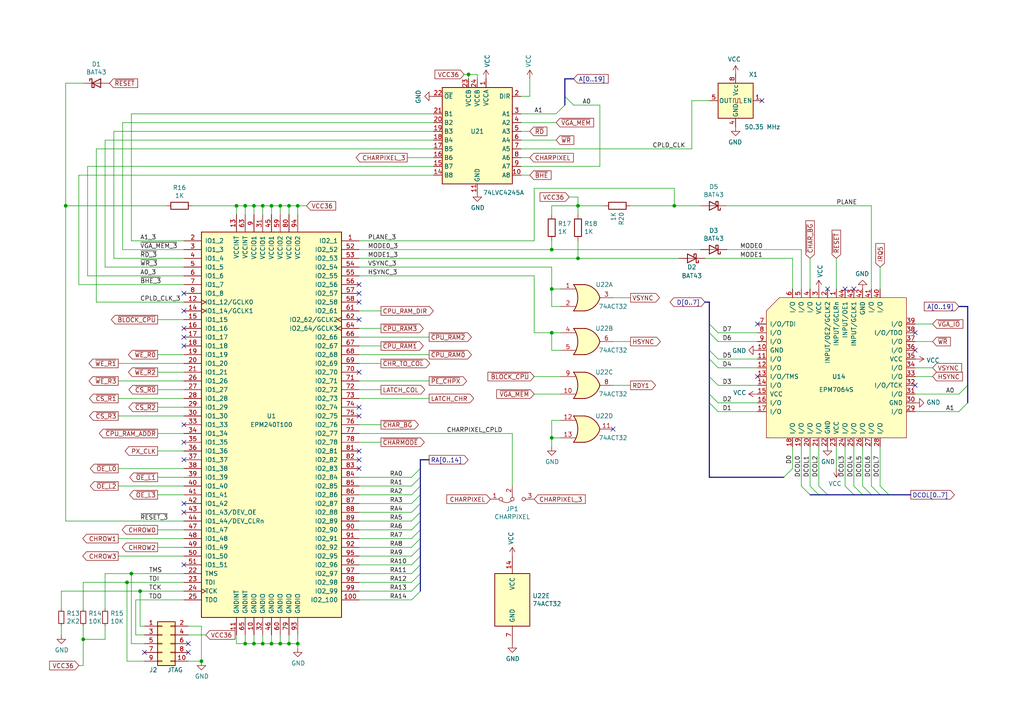
<source format=kicad_sch>
(kicad_sch (version 20230121) (generator eeschema)
  (paper "A4")
  (title_block (title "Mini8086 VGA board") (rev "1.1"))
  (junction (at 160.02 83.82))
  (junction (at 78.74 59.69))
  (junction (at 160.02 96.52))
  (junction (at 167.64 74.93))
  (junction (at 40.64 171.45))
  (junction (at 19.05 59.69))
  (junction (at 81.28 59.69))
  (junction (at 36.83 168.91))
  (junction (at 73.66 186.69))
  (junction (at 195.58 59.69))
  (junction (at 71.12 186.69))
  (junction (at 160.02 72.39))
  (junction (at 68.58 59.69))
  (junction (at 160.02 127))
  (junction (at 78.74 186.69))
  (junction (at 167.64 59.69))
  (junction (at 83.82 59.69))
  (junction (at 71.12 59.69))
  (junction (at 86.36 186.69))
  (junction (at 81.28 186.69))
  (junction (at 58.42 191.77))
  (junction (at 76.2 186.69))
  (junction (at 38.1 166.37))
  (junction (at 24.13 185.42))
  (junction (at 73.66 59.69))
  (junction (at 86.36 59.69))
  (junction (at 83.82 186.69))
  (junction (at 76.2 59.69))
  (junction (at 135.89 21.59))
  (no_connect (at 53.34 128.27))
  (no_connect (at 265.43 111.76))
  (no_connect (at 53.34 95.25))
  (no_connect (at 240.03 83.82))
  (no_connect (at 53.34 123.19))
  (no_connect (at 53.34 97.79))
  (no_connect (at 104.14 135.89))
  (no_connect (at 53.34 146.05))
  (no_connect (at 53.34 100.33))
  (no_connect (at 247.65 83.82))
  (no_connect (at 104.14 85.09))
  (no_connect (at 53.34 90.17))
  (no_connect (at 53.34 163.83))
  (no_connect (at 245.11 83.82))
  (no_connect (at 54.61 186.69))
  (no_connect (at 177.8 124.46))
  (no_connect (at 53.34 133.35))
  (no_connect (at 53.34 148.59))
  (no_connect (at 104.14 82.55))
  (no_connect (at 104.14 107.95))
  (no_connect (at 219.71 109.22))
  (no_connect (at 104.14 87.63))
  (no_connect (at 104.14 120.65))
  (no_connect (at 265.43 96.52))
  (no_connect (at 104.14 130.81))
  (no_connect (at 54.61 189.23))
  (no_connect (at 104.14 92.71))
  (no_connect (at 265.43 101.6))
  (no_connect (at 41.91 189.23))
  (no_connect (at 220.98 29.21))
  (no_connect (at 219.71 93.98))
  (no_connect (at 104.14 118.11))
  (no_connect (at 104.14 133.35))
  (no_connect (at 53.34 85.09))
  (bus_entry (at 237.49 140.97) (size 2.54 2.54))
  (bus_entry (at 252.73 140.97) (size 2.54 2.54))
  (bus_entry (at 234.95 140.97) (size 2.54 2.54))
  (bus_entry (at 121.92 153.67) (size -2.54 2.54))
  (bus_entry (at 121.92 151.13) (size -2.54 2.54))
  (bus_entry (at 278.13 119.38) (size 2.54 -2.54))
  (bus_entry (at 208.28 116.84) (size -2.54 -2.54))
  (bus_entry (at 208.28 104.14) (size -2.54 -2.54))
  (bus_entry (at 121.92 146.05) (size -2.54 2.54))
  (bus_entry (at 255.27 140.97) (size 2.54 2.54))
  (bus_entry (at 278.13 114.3) (size 2.54 -2.54))
  (bus_entry (at 245.11 140.97) (size 2.54 2.54))
  (bus_entry (at 166.37 30.48) (size -2.54 -2.54))
  (bus_entry (at 208.28 111.76) (size -2.54 -2.54))
  (bus_entry (at 229.87 135.89) (size -2.54 2.54))
  (bus_entry (at 208.28 99.06) (size -2.54 -2.54))
  (bus_entry (at 121.92 166.37) (size -2.54 2.54))
  (bus_entry (at 121.92 163.83) (size -2.54 2.54))
  (bus_entry (at 121.92 171.45) (size -2.54 2.54))
  (bus_entry (at 121.92 143.51) (size -2.54 2.54))
  (bus_entry (at 247.65 140.97) (size 2.54 2.54))
  (bus_entry (at 121.92 138.43) (size -2.54 2.54))
  (bus_entry (at 208.28 96.52) (size -2.54 -2.54))
  (bus_entry (at 208.28 119.38) (size -2.54 -2.54))
  (bus_entry (at 208.28 106.68) (size -2.54 -2.54))
  (bus_entry (at 121.92 148.59) (size -2.54 2.54))
  (bus_entry (at 121.92 156.21) (size -2.54 2.54))
  (bus_entry (at 121.92 161.29) (size -2.54 2.54))
  (bus_entry (at 250.19 140.97) (size 2.54 2.54))
  (bus_entry (at 121.92 140.97) (size -2.54 2.54))
  (bus_entry (at 121.92 158.75) (size -2.54 2.54))
  (bus_entry (at 232.41 140.97) (size 2.54 2.54))
  (bus_entry (at 121.92 135.89) (size -2.54 2.54))
  (bus_entry (at 121.92 168.91) (size -2.54 2.54))
  (bus_entry (at 161.29 33.02) (size 2.54 -2.54))
  (bus (pts (xy 205.74 87.63) (xy 205.74 93.98)))
  (wire (pts (xy 19.05 59.69) (xy 48.26 59.69)))
  (wire (pts (xy 54.61 184.15) (xy 59.69 184.15)))
  (wire (pts (xy 71.12 184.15) (xy 71.12 186.69)))
  (wire (pts (xy 76.2 62.23) (xy 76.2 59.69)))
  (bus (pts (xy 280.67 88.9) (xy 280.67 111.76)))
  (bus (pts (xy 205.74 87.63) (xy 204.47 87.63)))
  (wire (pts (xy 53.34 171.45) (xy 40.64 171.45)))
  (wire (pts (xy 104.14 100.33) (xy 110.49 100.33)))
  (bus (pts (xy 227.33 138.43) (xy 205.74 138.43)))
  (wire (pts (xy 104.14 156.21) (xy 119.38 156.21)))
  (wire (pts (xy 55.88 59.69) (xy 68.58 59.69)))
  (wire (pts (xy 167.64 59.69) (xy 167.64 62.23)))
  (bus (pts (xy 247.65 143.51) (xy 250.19 143.51)))
  (wire (pts (xy 232.41 72.39) (xy 232.41 83.82)))
  (wire (pts (xy 24.13 193.04) (xy 24.13 185.42)))
  (wire (pts (xy 104.14 80.01) (xy 154.94 80.01)))
  (wire (pts (xy 76.2 186.69) (xy 78.74 186.69)))
  (wire (pts (xy 160.02 72.39) (xy 203.2 72.39)))
  (wire (pts (xy 34.29 115.57) (xy 53.34 115.57)))
  (wire (pts (xy 265.43 106.68) (xy 270.51 106.68)))
  (wire (pts (xy 125.73 48.26) (xy 25.4 48.26)))
  (wire (pts (xy 22.86 50.8) (xy 22.86 82.55)))
  (wire (pts (xy 54.61 181.61) (xy 58.42 181.61)))
  (wire (pts (xy 40.64 171.45) (xy 17.78 171.45)))
  (wire (pts (xy 34.29 110.49) (xy 53.34 110.49)))
  (wire (pts (xy 104.14 105.41) (xy 110.49 105.41)))
  (wire (pts (xy 45.72 143.51) (xy 53.34 143.51)))
  (wire (pts (xy 175.26 59.69) (xy 167.64 59.69)))
  (wire (pts (xy 195.58 59.69) (xy 195.58 54.61)))
  (wire (pts (xy 104.14 115.57) (xy 124.46 115.57)))
  (wire (pts (xy 86.36 186.69) (xy 86.36 187.96)))
  (wire (pts (xy 53.34 173.99) (xy 39.37 173.99)))
  (wire (pts (xy 250.19 129.54) (xy 250.19 140.97)))
  (wire (pts (xy 160.02 96.52) (xy 154.94 96.52)))
  (bus (pts (xy 121.92 158.75) (xy 121.92 161.29)))
  (wire (pts (xy 124.46 110.49) (xy 104.14 110.49)))
  (bus (pts (xy 121.92 138.43) (xy 121.92 140.97)))
  (wire (pts (xy 83.82 59.69) (xy 86.36 59.69)))
  (wire (pts (xy 200.66 29.21) (xy 205.74 29.21)))
  (wire (pts (xy 247.65 129.54) (xy 247.65 140.97)))
  (wire (pts (xy 153.67 45.72) (xy 151.13 45.72)))
  (bus (pts (xy 121.92 140.97) (xy 121.92 143.51)))
  (wire (pts (xy 162.56 101.6) (xy 160.02 101.6)))
  (wire (pts (xy 232.41 129.54) (xy 232.41 140.97)))
  (bus (pts (xy 250.19 143.51) (xy 252.73 143.51)))
  (wire (pts (xy 151.13 40.64) (xy 161.29 40.64)))
  (wire (pts (xy 125.73 40.64) (xy 30.48 40.64)))
  (wire (pts (xy 24.13 181.61) (xy 24.13 185.42)))
  (wire (pts (xy 208.28 99.06) (xy 219.71 99.06)))
  (wire (pts (xy 208.28 96.52) (xy 219.71 96.52)))
  (wire (pts (xy 88.9 59.69) (xy 86.36 59.69)))
  (wire (pts (xy 104.14 90.17) (xy 110.49 90.17)))
  (wire (pts (xy 35.56 35.56) (xy 35.56 72.39)))
  (wire (pts (xy 167.64 57.15) (xy 165.1 57.15)))
  (wire (pts (xy 76.2 184.15) (xy 76.2 186.69)))
  (wire (pts (xy 73.66 186.69) (xy 76.2 186.69)))
  (wire (pts (xy 30.48 185.42) (xy 24.13 185.42)))
  (wire (pts (xy 58.42 191.77) (xy 54.61 191.77)))
  (wire (pts (xy 151.13 43.18) (xy 200.66 43.18)))
  (wire (pts (xy 110.49 128.27) (xy 104.14 128.27)))
  (wire (pts (xy 104.14 151.13) (xy 119.38 151.13)))
  (wire (pts (xy 162.56 88.9) (xy 160.02 88.9)))
  (wire (pts (xy 78.74 59.69) (xy 81.28 59.69)))
  (wire (pts (xy 30.48 176.53) (xy 30.48 166.37)))
  (wire (pts (xy 53.34 125.73) (xy 45.72 125.73)))
  (wire (pts (xy 76.2 59.69) (xy 78.74 59.69)))
  (wire (pts (xy 68.58 184.15) (xy 68.58 186.69)))
  (wire (pts (xy 104.14 69.85) (xy 154.94 69.85)))
  (wire (pts (xy 173.99 48.26) (xy 173.99 30.48)))
  (wire (pts (xy 151.13 50.8) (xy 153.67 50.8)))
  (wire (pts (xy 182.88 86.36) (xy 177.8 86.36)))
  (wire (pts (xy 35.56 72.39) (xy 53.34 72.39)))
  (bus (pts (xy 205.74 116.84) (xy 205.74 138.43)))
  (wire (pts (xy 104.14 163.83) (xy 119.38 163.83)))
  (wire (pts (xy 104.14 140.97) (xy 119.38 140.97)))
  (wire (pts (xy 154.94 109.22) (xy 162.56 109.22)))
  (wire (pts (xy 53.34 107.95) (xy 45.72 107.95)))
  (bus (pts (xy 205.74 109.22) (xy 205.74 114.3)))
  (wire (pts (xy 135.89 21.59) (xy 134.62 21.59)))
  (wire (pts (xy 73.66 59.69) (xy 76.2 59.69)))
  (wire (pts (xy 104.14 72.39) (xy 160.02 72.39)))
  (wire (pts (xy 83.82 62.23) (xy 83.82 59.69)))
  (wire (pts (xy 68.58 186.69) (xy 71.12 186.69)))
  (wire (pts (xy 210.82 72.39) (xy 232.41 72.39)))
  (bus (pts (xy 240.03 143.51) (xy 247.65 143.51)))
  (wire (pts (xy 53.34 102.87) (xy 45.72 102.87)))
  (wire (pts (xy 242.57 135.89) (xy 242.57 129.54)))
  (bus (pts (xy 205.74 114.3) (xy 205.74 116.84)))
  (wire (pts (xy 160.02 83.82) (xy 160.02 77.47)))
  (wire (pts (xy 160.02 121.92) (xy 162.56 121.92)))
  (bus (pts (xy 255.27 143.51) (xy 257.81 143.51)))
  (wire (pts (xy 104.14 166.37) (xy 119.38 166.37)))
  (bus (pts (xy 121.92 146.05) (xy 121.92 148.59)))
  (wire (pts (xy 200.66 43.18) (xy 200.66 29.21)))
  (wire (pts (xy 160.02 127) (xy 160.02 121.92)))
  (wire (pts (xy 104.14 173.99) (xy 119.38 173.99)))
  (bus (pts (xy 205.74 104.14) (xy 205.74 109.22)))
  (wire (pts (xy 38.1 166.37) (xy 30.48 166.37)))
  (wire (pts (xy 104.14 77.47) (xy 160.02 77.47)))
  (bus (pts (xy 121.92 153.67) (xy 121.92 156.21)))
  (bus (pts (xy 121.92 133.35) (xy 124.46 133.35)))
  (wire (pts (xy 208.28 111.76) (xy 219.71 111.76)))
  (wire (pts (xy 160.02 72.39) (xy 160.02 69.85)))
  (wire (pts (xy 110.49 113.03) (xy 104.14 113.03)))
  (wire (pts (xy 208.28 116.84) (xy 219.71 116.84)))
  (wire (pts (xy 151.13 35.56) (xy 161.29 35.56)))
  (wire (pts (xy 53.34 151.13) (xy 19.05 151.13)))
  (wire (pts (xy 53.34 113.03) (xy 45.72 113.03)))
  (wire (pts (xy 104.14 171.45) (xy 119.38 171.45)))
  (wire (pts (xy 208.28 106.68) (xy 219.71 106.68)))
  (wire (pts (xy 104.14 74.93) (xy 167.64 74.93)))
  (wire (pts (xy 160.02 88.9) (xy 160.02 83.82)))
  (wire (pts (xy 19.05 24.13) (xy 19.05 59.69)))
  (wire (pts (xy 78.74 186.69) (xy 81.28 186.69)))
  (wire (pts (xy 36.83 168.91) (xy 36.83 191.77)))
  (wire (pts (xy 177.8 99.06) (xy 182.88 99.06)))
  (wire (pts (xy 19.05 59.69) (xy 19.05 151.13)))
  (bus (pts (xy 121.92 161.29) (xy 121.92 163.83)))
  (wire (pts (xy 162.56 127) (xy 160.02 127)))
  (wire (pts (xy 53.34 140.97) (xy 34.29 140.97)))
  (wire (pts (xy 210.82 59.69) (xy 252.73 59.69)))
  (wire (pts (xy 104.14 143.51) (xy 119.38 143.51)))
  (wire (pts (xy 138.43 22.86) (xy 138.43 21.59)))
  (wire (pts (xy 30.48 40.64) (xy 30.48 77.47)))
  (wire (pts (xy 255.27 83.82) (xy 255.27 77.47)))
  (wire (pts (xy 53.34 118.11) (xy 45.72 118.11)))
  (wire (pts (xy 153.67 27.94) (xy 153.67 22.86)))
  (wire (pts (xy 104.14 123.19) (xy 110.49 123.19)))
  (wire (pts (xy 83.82 186.69) (xy 86.36 186.69)))
  (wire (pts (xy 125.73 43.18) (xy 27.94 43.18)))
  (wire (pts (xy 53.34 92.71) (xy 45.72 92.71)))
  (wire (pts (xy 53.34 138.43) (xy 45.72 138.43)))
  (wire (pts (xy 39.37 184.15) (xy 41.91 184.15)))
  (wire (pts (xy 73.66 62.23) (xy 73.66 59.69)))
  (wire (pts (xy 45.72 158.75) (xy 53.34 158.75)))
  (bus (pts (xy 163.83 22.86) (xy 163.83 27.94)))
  (wire (pts (xy 36.83 191.77) (xy 41.91 191.77)))
  (wire (pts (xy 182.88 59.69) (xy 195.58 59.69)))
  (wire (pts (xy 208.28 104.14) (xy 219.71 104.14)))
  (wire (pts (xy 125.73 38.1) (xy 33.02 38.1)))
  (wire (pts (xy 245.11 129.54) (xy 245.11 140.97)))
  (wire (pts (xy 160.02 127) (xy 160.02 129.54)))
  (bus (pts (xy 205.74 93.98) (xy 205.74 96.52)))
  (bus (pts (xy 121.92 148.59) (xy 121.92 151.13)))
  (wire (pts (xy 154.94 96.52) (xy 154.94 80.01)))
  (wire (pts (xy 34.29 135.89) (xy 53.34 135.89)))
  (wire (pts (xy 58.42 181.61) (xy 58.42 191.77)))
  (wire (pts (xy 173.99 30.48) (xy 166.37 30.48)))
  (wire (pts (xy 40.64 181.61) (xy 41.91 181.61)))
  (bus (pts (xy 257.81 143.51) (xy 264.16 143.51)))
  (wire (pts (xy 45.72 153.67) (xy 53.34 153.67)))
  (bus (pts (xy 205.74 96.52) (xy 205.74 101.6)))
  (wire (pts (xy 104.14 168.91) (xy 119.38 168.91)))
  (wire (pts (xy 229.87 74.93) (xy 229.87 83.82)))
  (bus (pts (xy 205.74 101.6) (xy 205.74 104.14)))
  (bus (pts (xy 121.92 151.13) (xy 121.92 153.67)))
  (bus (pts (xy 121.92 143.51) (xy 121.92 146.05)))
  (wire (pts (xy 25.4 80.01) (xy 53.34 80.01)))
  (wire (pts (xy 278.13 119.38) (xy 265.43 119.38)))
  (wire (pts (xy 30.48 77.47) (xy 53.34 77.47)))
  (wire (pts (xy 86.36 184.15) (xy 86.36 186.69)))
  (wire (pts (xy 148.59 140.97) (xy 148.59 125.73)))
  (bus (pts (xy 121.92 166.37) (xy 121.92 168.91)))
  (wire (pts (xy 255.27 129.54) (xy 255.27 140.97)))
  (wire (pts (xy 53.34 166.37) (xy 38.1 166.37)))
  (wire (pts (xy 38.1 166.37) (xy 38.1 186.69)))
  (wire (pts (xy 33.02 74.93) (xy 53.34 74.93)))
  (wire (pts (xy 167.64 74.93) (xy 167.64 69.85)))
  (wire (pts (xy 86.36 62.23) (xy 86.36 59.69)))
  (wire (pts (xy 177.8 111.76) (xy 182.88 111.76)))
  (wire (pts (xy 22.86 82.55) (xy 53.34 82.55)))
  (wire (pts (xy 203.2 59.69) (xy 195.58 59.69)))
  (wire (pts (xy 22.86 193.04) (xy 24.13 193.04)))
  (wire (pts (xy 83.82 184.15) (xy 83.82 186.69)))
  (wire (pts (xy 125.73 45.72) (xy 118.11 45.72)))
  (wire (pts (xy 81.28 59.69) (xy 83.82 59.69)))
  (wire (pts (xy 110.49 95.25) (xy 104.14 95.25)))
  (wire (pts (xy 71.12 59.69) (xy 73.66 59.69)))
  (bus (pts (xy 280.67 111.76) (xy 280.67 116.84)))
  (wire (pts (xy 39.37 173.99) (xy 39.37 184.15)))
  (wire (pts (xy 160.02 62.23) (xy 160.02 59.69)))
  (wire (pts (xy 167.64 74.93) (xy 196.85 74.93)))
  (wire (pts (xy 40.64 171.45) (xy 40.64 181.61)))
  (wire (pts (xy 278.13 114.3) (xy 265.43 114.3)))
  (wire (pts (xy 17.78 181.61) (xy 17.78 184.15)))
  (wire (pts (xy 30.48 181.61) (xy 30.48 185.42)))
  (bus (pts (xy 234.95 143.51) (xy 237.49 143.51)))
  (wire (pts (xy 151.13 27.94) (xy 153.67 27.94)))
  (wire (pts (xy 237.49 129.54) (xy 237.49 140.97)))
  (wire (pts (xy 154.94 54.61) (xy 154.94 69.85)))
  (wire (pts (xy 81.28 184.15) (xy 81.28 186.69)))
  (wire (pts (xy 234.95 74.93) (xy 234.95 83.82)))
  (wire (pts (xy 25.4 48.26) (xy 25.4 80.01)))
  (wire (pts (xy 24.13 168.91) (xy 24.13 176.53)))
  (wire (pts (xy 138.43 21.59) (xy 135.89 21.59)))
  (bus (pts (xy 280.67 88.9) (xy 278.13 88.9)))
  (wire (pts (xy 38.1 69.85) (xy 53.34 69.85)))
  (wire (pts (xy 71.12 186.69) (xy 73.66 186.69)))
  (wire (pts (xy 160.02 83.82) (xy 162.56 83.82)))
  (wire (pts (xy 125.73 35.56) (xy 35.56 35.56)))
  (wire (pts (xy 104.14 97.79) (xy 124.46 97.79)))
  (wire (pts (xy 104.14 158.75) (xy 119.38 158.75)))
  (wire (pts (xy 234.95 129.54) (xy 234.95 140.97)))
  (wire (pts (xy 195.58 54.61) (xy 154.94 54.61)))
  (wire (pts (xy 104.14 153.67) (xy 119.38 153.67)))
  (wire (pts (xy 160.02 101.6) (xy 160.02 96.52)))
  (wire (pts (xy 71.12 62.23) (xy 71.12 59.69)))
  (wire (pts (xy 167.64 59.69) (xy 167.64 57.15)))
  (wire (pts (xy 53.34 120.65) (xy 34.29 120.65)))
  (wire (pts (xy 270.51 93.98) (xy 265.43 93.98)))
  (wire (pts (xy 161.29 33.02) (xy 151.13 33.02)))
  (wire (pts (xy 104.14 102.87) (xy 124.46 102.87)))
  (wire (pts (xy 78.74 62.23) (xy 78.74 59.69)))
  (wire (pts (xy 33.02 38.1) (xy 33.02 74.93)))
  (wire (pts (xy 104.14 125.73) (xy 148.59 125.73)))
  (wire (pts (xy 242.57 83.82) (xy 242.57 74.93)))
  (wire (pts (xy 68.58 59.69) (xy 71.12 59.69)))
  (wire (pts (xy 36.83 168.91) (xy 24.13 168.91)))
  (wire (pts (xy 45.72 130.81) (xy 53.34 130.81)))
  (wire (pts (xy 162.56 96.52) (xy 160.02 96.52)))
  (wire (pts (xy 81.28 62.23) (xy 81.28 59.69)))
  (wire (pts (xy 68.58 62.23) (xy 68.58 59.69)))
  (wire (pts (xy 104.14 161.29) (xy 119.38 161.29)))
  (wire (pts (xy 78.74 184.15) (xy 78.74 186.69)))
  (bus (pts (xy 252.73 143.51) (xy 255.27 143.51)))
  (bus (pts (xy 121.92 135.89) (xy 121.92 138.43)))
  (wire (pts (xy 252.73 129.54) (xy 252.73 140.97)))
  (bus (pts (xy 121.92 156.21) (xy 121.92 158.75)))
  (bus (pts (xy 163.83 27.94) (xy 163.83 30.48)))
  (wire (pts (xy 229.87 74.93) (xy 204.47 74.93)))
  (wire (pts (xy 265.43 109.22) (xy 270.51 109.22)))
  (wire (pts (xy 73.66 184.15) (xy 73.66 186.69)))
  (bus (pts (xy 121.92 163.83) (xy 121.92 166.37)))
  (wire (pts (xy 34.29 105.41) (xy 53.34 105.41)))
  (wire (pts (xy 38.1 186.69) (xy 41.91 186.69)))
  (wire (pts (xy 81.28 186.69) (xy 83.82 186.69)))
  (wire (pts (xy 27.94 43.18) (xy 27.94 87.63)))
  (wire (pts (xy 135.89 21.59) (xy 135.89 22.86)))
  (bus (pts (xy 163.83 22.86) (xy 166.37 22.86)))
  (wire (pts (xy 270.51 99.06) (xy 265.43 99.06)))
  (wire (pts (xy 151.13 48.26) (xy 173.99 48.26)))
  (wire (pts (xy 24.13 24.13) (xy 19.05 24.13)))
  (wire (pts (xy 252.73 59.69) (xy 252.73 83.82)))
  (wire (pts (xy 154.94 114.3) (xy 162.56 114.3)))
  (wire (pts (xy 17.78 171.45) (xy 17.78 176.53)))
  (wire (pts (xy 34.29 161.29) (xy 53.34 161.29)))
  (wire (pts (xy 38.1 69.85) (xy 38.1 33.02)))
  (wire (pts (xy 38.1 33.02) (xy 125.73 33.02)))
  (wire (pts (xy 208.28 119.38) (xy 219.71 119.38)))
  (wire (pts (xy 53.34 168.91) (xy 36.83 168.91)))
  (wire (pts (xy 34.29 156.21) (xy 53.34 156.21)))
  (wire (pts (xy 104.14 148.59) (xy 119.38 148.59)))
  (wire (pts (xy 160.02 59.69) (xy 167.64 59.69)))
  (wire (pts (xy 104.14 146.05) (xy 119.38 146.05)))
  (bus (pts (xy 237.49 143.51) (xy 240.03 143.51)))
  (wire (pts (xy 104.14 138.43) (xy 119.38 138.43)))
  (wire (pts (xy 53.34 87.63) (xy 27.94 87.63)))
  (bus (pts (xy 121.92 133.35) (xy 121.92 135.89)))
  (wire (pts (xy 229.87 129.54) (xy 229.87 135.89)))
  (wire (pts (xy 153.67 38.1) (xy 151.13 38.1)))
  (bus (pts (xy 121.92 168.91) (xy 121.92 171.45)))
  (wire (pts (xy 125.73 50.8) (xy 22.86 50.8)))
  (label "MODE1_3" (at 106.68 74.93 0))
  (label "DCOL3" (at 245.11 138.43 90))
  (label "A0" (at 168.91 30.48 0))
  (label "D0" (at 229.87 134.62 90))
  (label "D3" (at 209.55 111.76 0))
  (label "VSYNC_3" (at 106.68 77.47 0))
  (label "MODE0_3" (at 106.68 72.39 0))
  (label "RA1" (at 113.03 140.97 0))
  (label "DCOL6" (at 252.73 138.43 90))
  (label "RA13" (at 113.03 171.45 0))
  (label "A1" (at 154.94 33.02 0))
  (label "RA14" (at 113.03 173.99 0))
  (label "D7" (at 209.55 96.52 0))
  (label "~{RD_3}" (at 40.64 74.93 0))
  (label "TCK" (at 43.18 171.45 0))
  (label "DCOL2" (at 237.49 138.43 90))
  (label "DCOL7" (at 255.27 138.43 90))
  (label "RA7" (at 113.03 156.21 0))
  (label "HSYNC_3" (at 106.68 80.01 0))
  (label "TDI" (at 43.18 168.91 0))
  (label "CHARPIXEL_CPLD" (at 129.54 125.73 0))
  (label "RA11" (at 113.03 166.37 0))
  (label "RA3" (at 113.03 146.05 0))
  (label "A0" (at 274.32 114.3 0))
  (label "A1" (at 274.32 119.38 0))
  (label "DCOL5" (at 250.19 138.43 90))
  (label "CPLD_CLK" (at 189.23 43.18 0))
  (label "CPLD_CLK_3" (at 40.64 87.63 0))
  (label "RA0" (at 113.03 138.43 0))
  (label "DCOL1" (at 234.95 138.43 90))
  (label "RA8" (at 113.03 158.75 0))
  (label "RA4" (at 113.03 148.59 0))
  (label "RA10" (at 113.03 163.83 0))
  (label "PLANE" (at 242.57 59.69 0))
  (label "RA2" (at 113.03 143.51 0))
  (label "TMS" (at 43.18 166.37 0))
  (label "D5" (at 209.55 104.14 0))
  (label "D4" (at 209.55 106.68 0))
  (label "~{BHE_3}" (at 40.64 82.55 0))
  (label "RA9" (at 113.03 161.29 0))
  (label "D1" (at 209.55 119.38 0))
  (label "PLANE_3" (at 106.68 69.85 0))
  (label "A1_3" (at 40.64 69.85 0))
  (label "TDO" (at 43.18 173.99 0))
  (label "~{WR_3}" (at 40.64 77.47 0))
  (label "RA6" (at 113.03 153.67 0))
  (label "~{RESET_3}" (at 40.64 151.13 0))
  (label "DCOL4" (at 247.65 138.43 90))
  (label "RA5" (at 113.03 151.13 0))
  (label "DCOL0" (at 232.41 138.43 90))
  (label "D6" (at 209.55 99.06 0))
  (label "D2" (at 209.55 116.84 0))
  (label "~{VGA_MEM_3}" (at 40.64 72.39 0))
  (label "MODE0" (at 214.63 72.39 0))
  (label "MODE1" (at 214.63 74.93 0))
  (label "RA12" (at 113.03 168.91 0))
  (label "A0_3" (at 40.64 80.01 0))
  (global_label "CHARPIXEL_3" (shape output) (at 118.11 45.72 180) (property "Intersheetrefs" "${INTERSHEET_REFS}" (effects hide)))
  (global_label "~{BLOCK_CPU}" (shape input) (at 154.94 109.22 180) (property "Intersheetrefs" "${INTERSHEET_REFS}" (effects hide)))
  (global_label "CHARPIXEL" (shape input) (at 153.67 45.72 0) (property "Intersheetrefs" "${INTERSHEET_REFS}" (effects hide)))
  (global_label "~{WR}" (shape input) (at 270.51 99.06 0) (property "Intersheetrefs" "${INTERSHEET_REFS}" (effects hide)))
  (global_label "CHARPIXEL" (shape input) (at 142.24 144.78 180) (property "Intersheetrefs" "${INTERSHEET_REFS}" (effects hide)))
  (global_label "VSYNC" (shape input) (at 270.51 106.68 0) (property "Intersheetrefs" "${INTERSHEET_REFS}" (effects hide)))
  (global_label "VCC36" (shape input) (at 22.86 193.04 180) (property "Intersheetrefs" "${INTERSHEET_REFS}" (effects hide)))
  (global_label "~{RD}" (shape input) (at 153.67 38.1 0) (property "Intersheetrefs" "${INTERSHEET_REFS}" (effects hide)))
  (global_label "CHROW0" (shape output) (at 45.72 153.67 180) (property "Intersheetrefs" "${INTERSHEET_REFS}" (effects hide)))
  (global_label "RDY1" (shape output) (at 182.88 111.76 0) (property "Intersheetrefs" "${INTERSHEET_REFS}" (effects hide)))
  (global_label "~{CHARMODE}" (shape output) (at 110.49 128.27 0) (property "Intersheetrefs" "${INTERSHEET_REFS}" (effects hide)))
  (global_label "~{PE_CHPX}" (shape output) (at 124.46 110.49 0) (property "Intersheetrefs" "${INTERSHEET_REFS}" (effects hide)))
  (global_label "PX_CLK" (shape output) (at 45.72 130.81 180) (property "Intersheetrefs" "${INTERSHEET_REFS}" (effects hide)))
  (global_label "~{OE_L1}" (shape output) (at 45.72 138.43 180) (property "Intersheetrefs" "${INTERSHEET_REFS}" (effects hide)))
  (global_label "HSYNC" (shape output) (at 182.88 99.06 0) (property "Intersheetrefs" "${INTERSHEET_REFS}" (effects hide)))
  (global_label "CPU_RAM_DIR" (shape output) (at 110.49 90.17 0) (property "Intersheetrefs" "${INTERSHEET_REFS}" (effects hide)))
  (global_label "A[0..19]" (shape input) (at 166.37 22.86 0) (property "Intersheetrefs" "${INTERSHEET_REFS}" (effects hide)))
  (global_label "CHROW2" (shape output) (at 45.72 158.75 180) (property "Intersheetrefs" "${INTERSHEET_REFS}" (effects hide)))
  (global_label "~{CPU_RAM3}" (shape output) (at 110.49 95.25 0) (property "Intersheetrefs" "${INTERSHEET_REFS}" (effects hide)))
  (global_label "~{WR}" (shape input) (at 161.29 40.64 0) (property "Intersheetrefs" "${INTERSHEET_REFS}" (effects hide)))
  (global_label "RA[0..14]" (shape output) (at 124.46 133.35 0) (property "Intersheetrefs" "${INTERSHEET_REFS}" (effects hide)))
  (global_label "~{VGA_IO}" (shape input) (at 270.51 93.98 0) (property "Intersheetrefs" "${INTERSHEET_REFS}" (effects hide)))
  (global_label "VCC36" (shape input) (at 134.62 21.59 180) (property "Intersheetrefs" "${INTERSHEET_REFS}" (effects hide)))
  (global_label "CHARPIXEL_3" (shape input) (at 154.94 144.78 0) (property "Intersheetrefs" "${INTERSHEET_REFS}" (effects hide)))
  (global_label "~{OE_L0}" (shape output) (at 34.29 135.89 180) (property "Intersheetrefs" "${INTERSHEET_REFS}" (effects hide)))
  (global_label "~{CS_R0}" (shape output) (at 45.72 113.03 180) (property "Intersheetrefs" "${INTERSHEET_REFS}" (effects hide)))
  (global_label "~{CPU_RAM0}" (shape output) (at 124.46 102.87 0) (property "Intersheetrefs" "${INTERSHEET_REFS}" (effects hide)))
  (global_label "~{OE_L2}" (shape output) (at 34.29 140.97 180) (property "Intersheetrefs" "${INTERSHEET_REFS}" (effects hide)))
  (global_label "DCOL[0..7]" (shape output) (at 264.16 143.51 0) (property "Intersheetrefs" "${INTERSHEET_REFS}" (effects hide)))
  (global_label "~{RESET}" (shape input) (at 242.57 74.93 90) (property "Intersheetrefs" "${INTERSHEET_REFS}" (effects hide)))
  (global_label "VCC36" (shape input) (at 165.1 57.15 180) (property "Intersheetrefs" "${INTERSHEET_REFS}" (effects hide)))
  (global_label "CHROW1" (shape output) (at 34.29 156.21 180) (property "Intersheetrefs" "${INTERSHEET_REFS}" (effects hide)))
  (global_label "D[0..7]" (shape bidirectional) (at 204.47 87.63 180) (property "Intersheetrefs" "${INTERSHEET_REFS}" (effects hide)))
  (global_label "HSYNC" (shape input) (at 270.51 109.22 0) (property "Intersheetrefs" "${INTERSHEET_REFS}" (effects hide)))
  (global_label "~{BHE}" (shape input) (at 153.67 50.8 0) (property "Intersheetrefs" "${INTERSHEET_REFS}" (effects hide)))
  (global_label "VCC36" (shape input) (at 59.69 184.15 0) (property "Intersheetrefs" "${INTERSHEET_REFS}" (effects hide)))
  (global_label "~{VGA_MEM}" (shape input) (at 161.29 35.56 0) (property "Intersheetrefs" "${INTERSHEET_REFS}" (effects hide)))
  (global_label "~{CS_R1}" (shape output) (at 34.29 115.57 180) (property "Intersheetrefs" "${INTERSHEET_REFS}" (effects hide)))
  (global_label "~{CPU_RAM2}" (shape output) (at 124.46 97.79 0) (property "Intersheetrefs" "${INTERSHEET_REFS}" (effects hide)))
  (global_label "~{CS_R2}" (shape output) (at 45.72 118.11 180) (property "Intersheetrefs" "${INTERSHEET_REFS}" (effects hide)))
  (global_label "~{CHR_TO_COL}" (shape output) (at 110.49 105.41 0) (property "Intersheetrefs" "${INTERSHEET_REFS}" (effects hide)))
  (global_label "~{VGA_MEM}" (shape input) (at 154.94 114.3 180) (property "Intersheetrefs" "${INTERSHEET_REFS}" (effects hide)))
  (global_label "~{CHAR_BG}" (shape input) (at 234.95 74.93 90) (property "Intersheetrefs" "${INTERSHEET_REFS}" (effects hide)))
  (global_label "IRQ5" (shape input) (at 255.27 77.47 90) (property "Intersheetrefs" "${INTERSHEET_REFS}" (effects hide)))
  (global_label "LATCH_CHR" (shape output) (at 124.46 115.57 0) (property "Intersheetrefs" "${INTERSHEET_REFS}" (effects hide)))
  (global_label "~{CPU_RAM1}" (shape output) (at 110.49 100.33 0) (property "Intersheetrefs" "${INTERSHEET_REFS}" (effects hide)))
  (global_label "CHROW3" (shape output) (at 34.29 161.29 180) (property "Intersheetrefs" "${INTERSHEET_REFS}" (effects hide)))
  (global_label "~{WE_R2}" (shape output) (at 45.72 107.95 180) (property "Intersheetrefs" "${INTERSHEET_REFS}" (effects hide)))
  (global_label "~{RESET}" (shape input) (at 31.75 24.13 0) (property "Intersheetrefs" "${INTERSHEET_REFS}" (effects hide)))
  (global_label "~{OE_L3}" (shape output) (at 45.72 143.51 180) (property "Intersheetrefs" "${INTERSHEET_REFS}" (effects hide)))
  (global_label "~{CHAR_BG}" (shape output) (at 110.49 123.19 0) (property "Intersheetrefs" "${INTERSHEET_REFS}" (effects hide)))
  (global_label "~{WE_R1}" (shape output) (at 34.29 105.41 180) (property "Intersheetrefs" "${INTERSHEET_REFS}" (effects hide)))
  (global_label "VSYNC" (shape output) (at 182.88 86.36 0) (property "Intersheetrefs" "${INTERSHEET_REFS}" (effects hide)))
  (global_label "~{CPU_RAM_ADDR}" (shape output) (at 45.72 125.73 180) (property "Intersheetrefs" "${INTERSHEET_REFS}" (effects hide)))
  (global_label "~{WE_R3}" (shape output) (at 34.29 110.49 180) (property "Intersheetrefs" "${INTERSHEET_REFS}" (effects hide)))
  (global_label "~{CS_R3}" (shape output) (at 34.29 120.65 180) (property "Intersheetrefs" "${INTERSHEET_REFS}" (effects hide)))
  (global_label "LATCH_COL" (shape output) (at 110.49 113.03 0) (property "Intersheetrefs" "${INTERSHEET_REFS}" (effects hide)))
  (global_label "VCC36" (shape input) (at 88.9 59.69 0) (property "Intersheetrefs" "${INTERSHEET_REFS}" (effects hide)))
  (global_label "~{BLOCK_CPU}" (shape output) (at 45.72 92.71 180) (property "Intersheetrefs" "${INTERSHEET_REFS}" (effects hide)))
  (global_label "~{WE_R0}" (shape output) (at 45.72 102.87 180) (property "Intersheetrefs" "${INTERSHEET_REFS}" (effects hide)))
  (global_label "A[0..19]" (shape input) (at 278.13 88.9 180) (property "Intersheetrefs" "${INTERSHEET_REFS}" (effects hide)))
  (symbol (lib_id "power:GND") (at 213.36 36.83 0) (mirror y) (unit 1)
    (property "Reference" "#PWR018" (effects hide))
    (property "Value" "GND" (at 213.233 41.2242 0))
  )
  (symbol (lib_id "power:VCC") (at 213.36 21.59 0) (mirror y) (unit 1)
    (property "Reference" "#PWR017" (effects hide))
    (property "Value" "VCC" (at 212.979 17.1958 0))
  )
  (symbol (lib_id "power:GND") (at 240.03 129.54 0) (unit 1)
    (property "Reference" "#PWR082" (effects hide))
    (property "Value" "GND" (at 240.157 133.9342 0))
  )
  (symbol (lib_id "power:VCC") (at 242.57 135.89 180) (unit 1)
    (property "Reference" "#PWR083" (effects hide))
    (property "Value" "VCC" (at 242.189 140.2842 0))
  )
  (symbol (lib_id "power:VCC") (at 265.43 104.14 270) (unit 1)
    (property "Reference" "#PWR085" (effects hide))
    (property "Value" "VCC" (at 268.6812 104.521 90) (effects (justify left)))
  )
  (symbol (lib_id "power:GND") (at 265.43 116.84 90) (unit 1)
    (property "Reference" "#PWR086" (effects hide))
    (property "Value" "GND" (at 268.6812 116.713 90) (effects (justify right)))
  )
  (symbol (lib_id "power:VCC") (at 219.71 114.3 90) (unit 1)
    (property "Reference" "#PWR051" (effects hide))
    (property "Value" "VCC" (at 216.4842 113.919 90) (effects (justify left)))
  )
  (symbol (lib_id "power:GND") (at 219.71 101.6 270) (unit 1)
    (property "Reference" "#PWR050" (effects hide))
    (property "Value" "GND" (at 216.4588 101.727 90) (effects (justify right)))
  )
  (symbol (lib_id "power:GND") (at 250.19 83.82 180) (unit 1)
    (property "Reference" "#PWR084" (effects hide))
    (property "Value" "GND" (at 250.063 79.4258 0))
  )
  (symbol (lib_id "Mini8086:EPM7064S") (at 242.57 106.68 0) (unit 1)
    (property "Reference" "U14" (at 241.3 109.22 0) (effects (justify left)))
    (property "Value" "EPM7064S" (at 237.49 113.03 0) (effects (justify left)))
    (property "Footprint" "Package_LCC:PLCC-44_THT-Socket" (effects hide))
  )
  (symbol (lib_id "power:VCC") (at 237.49 83.82 0) (unit 1)
    (property "Reference" "#PWR090" (effects hide))
    (property "Value" "VCC" (at 237.871 80.5688 90) (effects (justify left)))
  )
  (symbol (lib_id "CPLD_Altera:EPM240T100") (at 78.74 123.19 0) (unit 1)
    (property "Reference" "U1" (at 78.74 120.65 0))
    (property "Value" "EPM240T100" (at 78.74 123.19 0))
    (property "Footprint" "Package_QFP:LQFP-100_14x14mm_P0.5mm" (effects hide))
    (property "Datasheet" "https://www.altera.com/content/dam/altera-www/global/en_US/pdfs/literature/hb/max2/max2_mii5v1.pdf" (effects hide))
  )
  (symbol (lib_id "vga-rescue:Jumper_3_Bridged12-Jumper") (at 148.59 144.78 0) (mirror x) (unit 1)
    (property "Reference" "JP1" (at 148.59 147.5994 0))
    (property "Value" "CHARPIXEL" (at 148.59 149.9108 0))
    (property "Footprint" "Jumper:SolderJumper-3_P1.3mm_Open_RoundedPad1.0x1.5mm_NumberLabels" (effects hide))
  )
  (symbol (lib_id "Oscillator:CXO_DIP8") (at 213.36 29.21 0) (mirror y) (unit 1)
    (property "Reference" "X1" (at 217.17 21.59 0) (effects (justify right)))
    (property "Value" "50.35 MHz" (at 215.9 36.83 0) (effects (justify right)))
    (property "Footprint" "Oscillator:Oscillator_DIP-8" (effects hide))
    (property "Datasheet" "http://cdn-reichelt.de/documents/datenblatt/B400/OSZI.pdf" (effects hide))
  )
  (symbol (lib_id "Connector_Generic:Conn_02x05_Odd_Even") (at 46.99 186.69 0) (unit 1)
    (property "Reference" "J2" (at 44.45 194.31 0))
    (property "Value" "JTAG" (at 50.8 194.31 0))
    (property "Footprint" "Connector_IDC:IDC-Header_2x05_P2.54mm_Vertical" (effects hide))
  )
  (symbol (lib_id "power:GND") (at 58.42 191.77 0) (unit 1)
    (property "Reference" "#PWR02" (effects hide))
    (property "Value" "GND" (at 58.547 196.1642 0))
  )
  (symbol (lib_id "Logic_LevelTranslator:SN74AVC8T245PW") (at 138.43 38.1 0) (mirror y) (unit 1)
    (property "Reference" "U21" (at 138.43 38.1 0))
    (property "Value" "74LVC4245A" (at 146.05 55.88 0))
    (property "Footprint" "Package_SO:TSSOP-24_4.4x7.8mm_P0.65mm" (effects hide))
    (property "Datasheet" "https://www.ti.com/lit/ds/symlink/sn74avc8t245.pdf" (effects hide))
  )
  (symbol (lib_id "power:GND") (at 138.43 55.88 0) (unit 1)
    (property "Reference" "#PWR05" (effects hide))
    (property "Value" "GND" (at 138.557 60.2742 0))
  )
  (symbol (lib_id "power:VCC") (at 140.97 22.86 0) (unit 1)
    (property "Reference" "#PWR06" (effects hide))
    (property "Value" "VCC" (at 141.351 19.6088 90) (effects (justify left)))
  )
  (symbol (lib_id "power:VCC") (at 153.67 22.86 0) (mirror y) (unit 1)
    (property "Reference" "#PWR07" (effects hide))
    (property "Value" "VCC" (at 153.289 19.6088 90) (effects (justify left)))
  )
  (symbol (lib_id "Device:D_Schottky") (at 207.01 59.69 180) (unit 1)
    (property "Reference" "D5" (at 207.01 54.1782 0))
    (property "Value" "BAT43" (at 207.01 56.4896 0))
    (property "Footprint" "Diode_THT:D_DO-34_SOD68_P2.54mm_Vertical_KathodeUp" (effects hide))
  )
  (symbol (lib_id "power:GND") (at 125.73 27.94 270) (unit 1)
    (property "Reference" "#PWR04" (effects hide))
    (property "Value" "GND" (at 121.3358 28.067 0))
  )
  (symbol (lib_id "power:GND") (at 148.59 186.69 0) (unit 1)
    (property "Reference" "#PWR011" (effects hide))
    (property "Value" "GND" (at 148.717 191.0842 0))
  )
  (symbol (lib_id "Device:R") (at 179.07 59.69 270) (unit 1)
    (property "Reference" "R20" (at 180.2384 61.468 0) (effects (justify left)))
    (property "Value" "1K" (at 177.927 61.468 0) (effects (justify left)))
    (property "Footprint" "Resistor_THT:R_Axial_DIN0207_L6.3mm_D2.5mm_P2.54mm_Vertical" (effects hide))
  )
  (symbol (lib_id "Device:R_Small") (at 30.48 179.07 0) (unit 1)
    (property "Reference" "R15" (at 31.9786 177.9016 0) (effects (justify left)))
    (property "Value" "10K" (at 31.9786 180.213 0) (effects (justify left)))
    (property "Footprint" "Resistor_THT:R_Axial_DIN0207_L6.3mm_D2.5mm_P2.54mm_Vertical" (effects hide))
  )
  (symbol (lib_id "Device:R_Small") (at 24.13 179.07 0) (unit 1)
    (property "Reference" "R14" (at 25.6286 177.9016 0) (effects (justify left)))
    (property "Value" "10K" (at 25.6286 180.213 0) (effects (justify left)))
    (property "Footprint" "Resistor_THT:R_Axial_DIN0207_L6.3mm_D2.5mm_P2.54mm_Vertical" (effects hide))
  )
  (symbol (lib_id "Device:R_Small") (at 17.78 179.07 0) (unit 1)
    (property "Reference" "R13" (at 19.2786 177.9016 0) (effects (justify left)))
    (property "Value" "2K2" (at 19.2786 180.213 0) (effects (justify left)))
    (property "Footprint" "Resistor_THT:R_Axial_DIN0207_L6.3mm_D2.5mm_P2.54mm_Vertical" (effects hide))
  )
  (symbol (lib_id "power:GND") (at 86.36 187.96 0) (unit 1)
    (property "Reference" "#PWR03" (effects hide))
    (property "Value" "GND" (at 86.487 192.3542 0))
  )
  (symbol (lib_id "power:GND") (at 17.78 184.15 0) (unit 1)
    (property "Reference" "#PWR01" (effects hide))
    (property "Value" "GND" (at 17.907 188.5442 0))
  )
  (symbol (lib_id "74xx:74LS32") (at 170.18 86.36 0) (unit 1)
    (property "Reference" "U22" (at 175.26 82.55 0))
    (property "Value" "74ACT32" (at 177.8 88.9 0))
    (property "Footprint" "Package_SO:SOIC-14_3.9x8.7mm_P1.27mm" (effects hide))
    (property "Datasheet" "http://www.ti.com/lit/gpn/sn74LS32" (effects hide))
  )
  (symbol (lib_id "74xx:74LS32") (at 170.18 99.06 0) (unit 2)
    (property "Reference" "U22" (at 175.26 95.25 0))
    (property "Value" "74ACT32" (at 177.8 101.6 0))
    (property "Footprint" "Package_SO:SOIC-14_3.9x8.7mm_P1.27mm" (effects hide))
    (property "Datasheet" "http://www.ti.com/lit/gpn/sn74LS32" (effects hide))
  )
  (symbol (lib_id "74xx:74LS32") (at 170.18 111.76 0) (unit 3)
    (property "Reference" "U22" (at 175.26 107.95 0))
    (property "Value" "74ACT32" (at 177.8 114.3 0))
    (property "Footprint" "Package_SO:SOIC-14_3.9x8.7mm_P1.27mm" (effects hide))
    (property "Datasheet" "http://www.ti.com/lit/gpn/sn74LS32" (effects hide))
  )
  (symbol (lib_id "74xx:74LS32") (at 170.18 124.46 0) (unit 4)
    (property "Reference" "U22" (at 175.26 120.65 0))
    (property "Value" "74ACT32" (at 177.8 127 0))
    (property "Footprint" "Package_SO:SOIC-14_3.9x8.7mm_P1.27mm" (effects hide))
    (property "Datasheet" "http://www.ti.com/lit/gpn/sn74LS32" (effects hide))
  )
  (symbol (lib_id "74xx:74LS32") (at 148.59 173.99 0) (unit 5)
    (property "Reference" "U22" (at 154.432 172.8216 0) (effects (justify left)))
    (property "Value" "74ACT32" (at 154.432 175.133 0) (effects (justify left)))
    (property "Footprint" "Package_SO:SOIC-14_3.9x8.7mm_P1.27mm" (effects hide))
    (property "Datasheet" "http://www.ti.com/lit/gpn/sn74LS32" (effects hide))
  )
  (symbol (lib_id "power:VCC") (at 148.59 161.29 0) (mirror y) (unit 1)
    (property "Reference" "#PWR08" (effects hide))
    (property "Value" "VCC" (at 148.209 158.0388 90) (effects (justify left)))
  )
  (symbol (lib_id "Device:D_Schottky") (at 27.94 24.13 0) (unit 1)
    (property "Reference" "D1" (at 27.94 18.6182 0))
    (property "Value" "BAT43" (at 27.94 20.9296 0))
    (property "Footprint" "Diode_THT:D_DO-34_SOD68_P2.54mm_Vertical_KathodeUp" (effects hide))
  )
  (symbol (lib_id "Device:R") (at 52.07 59.69 270) (unit 1)
    (property "Reference" "R16" (at 52.07 54.4322 90))
    (property "Value" "1K" (at 52.07 56.7436 90))
    (property "Footprint" "Resistor_THT:R_Axial_DIN0207_L6.3mm_D2.5mm_P2.54mm_Vertical" (effects hide))
  )
  (symbol (lib_id "Device:R") (at 160.02 66.04 0) (unit 1)
    (property "Reference" "R17" (at 161.798 64.8716 0) (effects (justify left)))
    (property "Value" "1K" (at 161.798 67.183 0) (effects (justify left)))
    (property "Footprint" "Resistor_THT:R_Axial_DIN0207_L6.3mm_D2.5mm_P2.54mm_Vertical" (effects hide))
  )
  (symbol (lib_id "Device:R") (at 167.64 66.04 0) (unit 1)
    (property "Reference" "R18" (at 169.418 64.8716 0) (effects (justify left)))
    (property "Value" "1K" (at 169.418 67.183 0) (effects (justify left)))
    (property "Footprint" "Resistor_THT:R_Axial_DIN0207_L6.3mm_D2.5mm_P2.54mm_Vertical" (effects hide))
  )
  (symbol (lib_id "power:GND") (at 160.02 129.54 0) (unit 1)
    (property "Reference" "#PWR09" (effects hide))
    (property "Value" "GND" (at 160.147 133.9342 0))
  )
  (symbol (lib_id "Device:D_Schottky") (at 207.01 72.39 180) (unit 1)
    (property "Reference" "D3" (at 207.01 66.8782 0))
    (property "Value" "BAT43" (at 207.01 69.1896 0))
    (property "Footprint" "Diode_THT:D_DO-34_SOD68_P2.54mm_Vertical_KathodeUp" (effects hide))
  )
  (symbol (lib_id "Device:D_Schottky") (at 200.66 74.93 180) (unit 1)
    (property "Reference" "D2" (at 200.66 77.47 0))
    (property "Value" "BAT43" (at 200.66 80.01 0))
    (property "Footprint" "Diode_THT:D_DO-34_SOD68_P2.54mm_Vertical_KathodeUp" (effects hide))
  )
)
</source>
